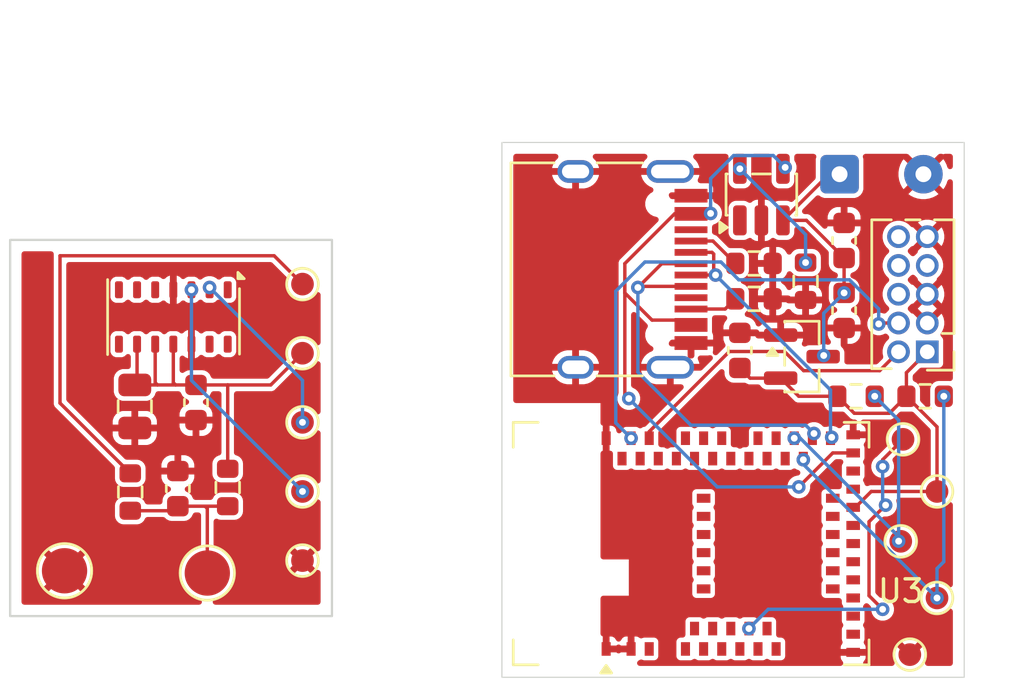
<source format=kicad_pcb>
(kicad_pcb (version 20241229) (generator "pcbnew") (generator_version "9.0")
  (layers (0 "F.Cu" signal) (2 "B.Cu" signal) (13 "F.Paste" user) (15 "B.Paste" user) (5 "F.SilkS" user "F.Silkscreen") (7 "B.SilkS" user "B.Silkscreen") (1 "F.Mask" user) (3 "B.Mask" user) (25 "Edge.Cuts" user))
  (net 0 "")
  (net 1 "GND")
  (net 2 "/VDD")
  (net 4 "/VBUS")
  (net 5 "Net-(U2-PROG)")
  (net 6 "/D+")
  (net 7 "/D-")
  (net 8 "/SWDCLK")
  (net 10 "/SWDIO")
  (net 56 "/SCL")
  (net 57 "/SDA")
  (net 66 "Net-(J1-CC1)")
  (net 67 "Net-(J1-CC2)")
  (net 73 "/GSR_SENSE")
  (net 74 "/GSR_ADC")
  (net 75 "/VBAT")
  (footprint "Resistor_SMD:R_0603_1608Metric" (layer "F.Cu") (at 231.975 54.6)
    (property "Reference" "R2" (hide yes))
    (property "Value" "4.7k")
    (fp_line (start -0.237258 -0.5225) (end 0.237258 -0.5225) (stroke (width 0.12)) (layer "F.SilkS"))
    (fp_line (start -0.237258 0.5225) (end 0.237258 0.5225) (stroke (width 0.12)) (layer "F.SilkS"))
    (pad "1" smd roundrect (at -0.825 0) (size 0.8 0.95) (layers "F.Cu" "F.Mask" "F.Paste") (net 2 "/VDD"))
    (pad "2" smd roundrect (at 0.825 0) (size 0.8 0.95) (layers "F.Cu" "F.Mask" "F.Paste") (net 57 "/SDA"))
  )
  (footprint "TestPoint:TestPoint_Pad_D1.0mm" (layer "F.Cu") (at 204.5 58.8 180)
    (property "Reference" "BSDA1" (hide yes))
    (property "Value" "TestPoint")
    (fp_circle (center 0 0) (end 0 0.7) (stroke (width 0.12)) (fill no) (layer "F.SilkS"))
    (pad "1" smd circle (at 0 0 180) (size 1 1) (layers "F.Cu" "F.Mask") (net 57 "/SDA"))
  )
  (footprint "Capacitor_SMD:C_0603_1608Metric" (layer "F.Cu") (at 228.4 47.725 90)
    (property "Reference" "C7" (hide yes))
    (property "Value" "1uF")
    (fp_line (start -0.14058 -0.51) (end 0.14058 -0.51) (stroke (width 0.12)) (layer "F.SilkS"))
    (fp_line (start -0.14058 0.51) (end 0.14058 0.51) (stroke (width 0.12)) (layer "F.SilkS"))
    (pad "1" smd roundrect (at -0.775 0 90) (size 0.9 0.95) (layers "F.Cu" "F.Mask" "F.Paste") (net 75 "/VBAT"))
    (pad "2" smd roundrect (at 0.775 0 90) (size 0.9 0.95) (layers "F.Cu" "F.Mask" "F.Paste") (net 1 "GND"))
  )
  (footprint "Capacitor_SMD:C_0805_2012Metric" (layer "F.Cu") (at 197.1 55.05 90)
    (property "Reference" "C6" (hide yes))
    (property "Value" "4.7uF")
    (fp_line (start -0.261252 -0.735) (end 0.261252 -0.735) (stroke (width 0.12)) (layer "F.SilkS"))
    (fp_line (start -0.261252 0.735) (end 0.261252 0.735) (stroke (width 0.12)) (layer "F.SilkS"))
    (pad "1" smd roundrect (at -0.95 0 90) (size 1 1.45) (layers "F.Cu" "F.Mask" "F.Paste") (net 1 "GND"))
    (pad "2" smd roundrect (at 0.95 0 90) (size 1 1.45) (layers "F.Cu" "F.Mask" "F.Paste") (net 2 "/VDD"))
  )
  (footprint "Connector_Wire:SolderWire-0.127sqmm_1x02_P3.7mm_D0.48mm_OD1mm" (layer "F.Cu") (at 228.2 44.8)
    (property "Reference" "BT1" (hide yes))
    (property "Value" "Battery")
    (pad "1" thru_hole roundrect (at 0 0) (size 1.7 1.7) (drill 0.7) (layers "*.Cu" "*.Mask") (roundrect_rratio 0.147059) (net 75 "/VBAT"))
    (pad "2" thru_hole circle (at 3.7 0) (size 1.7 1.7) (drill 0.7) (layers "*.Cu" "*.Mask") (net 1 "GND"))
  )
  (footprint "Package_TO_SOT_SMD:SOT-23-5" (layer "F.Cu") (at 224.75 45.7 90)
    (property "Reference" "U2" (hide yes))
    (property "Value" "MCP73831-2-OT")
    (fp_line (start 0.91 -1.56) (end 0.91 -1.51) (stroke (width 0.12)) (layer "F.SilkS"))
    (fp_line (start -0.91 -1.56) (end 0.91 -1.56) (stroke (width 0.12)) (layer "F.SilkS"))
    (fp_line (start -0.91 -1.51) (end -0.91 -1.56) (stroke (width 0.12)) (layer "F.SilkS"))
    (fp_line (start 0.91 -0.39) (end 0.91 0.39) (stroke (width 0.12)) (layer "F.SilkS"))
    (fp_line (start 0.91 1.51) (end 0.91 1.56) (stroke (width 0.12)) (layer "F.SilkS"))
    (fp_line (start 0.91 1.56) (end -0.91 1.56) (stroke (width 0.12)) (layer "F.SilkS"))
    (fp_line (start -0.91 1.56) (end -0.91 1.51) (stroke (width 0.12)) (layer "F.SilkS"))
    (fp_poly (pts (xy -1.45 -1.51) (xy -1.69 -1.84) (xy -1.21 -1.84)) (stroke (width 0.12)) (fill yes) (layer "F.SilkS"))
    (pad "1" smd roundrect (at -1.1375 -0.95 90) (size 1.325 0.6) (layers "F.Cu" "F.Mask" "F.Paste"))
    (pad "2" smd roundrect (at -1.1375 0 90) (size 1.325 0.6) (layers "F.Cu" "F.Mask" "F.Paste") (net 1 "GND"))
    (pad "3" smd roundrect (at -1.1375 0.95 90) (size 1.325 0.6) (layers "F.Cu" "F.Mask" "F.Paste") (net 75 "/VBAT"))
    (pad "4" smd roundrect (at 1.1375 0.95 90) (size 1.325 0.6) (layers "F.Cu" "F.Mask" "F.Paste") (net 4 "/VBUS"))
    (pad "5" smd roundrect (at 1.1375 -0.95 90) (size 1.325 0.6) (layers "F.Cu" "F.Mask" "F.Paste") (net 5 "Net-(U2-PROG)"))
  )
  (footprint "Capacitor_SMD:C_0603_1608Metric" (layer "F.Cu") (at 228.4 50.8125 -90)
    (property "Reference" "C1" (hide yes))
    (property "Value" "10uF")
    (fp_line (start -0.14058 0.51) (end 0.14058 0.51) (stroke (width 0.12)) (layer "F.SilkS"))
    (fp_line (start -0.14058 -0.51) (end 0.14058 -0.51) (stroke (width 0.12)) (layer "F.SilkS"))
    (pad "1" smd roundrect (at -0.775 0 270) (size 0.9 0.95) (layers "F.Cu" "F.Mask" "F.Paste") (net 75 "/VBAT"))
    (pad "2" smd roundrect (at 0.775 0 270) (size 0.9 0.95) (layers "F.Cu" "F.Mask" "F.Paste") (net 1 "GND"))
  )
  (footprint "TestPoint:TestPoint_Pad_D1.0mm" (layer "F.Cu") (at 204.5 55.75 180)
    (property "Reference" "BSCL1" (hide yes))
    (property "Value" "TestPoint")
    (fp_circle (center 0 0) (end 0 0.7) (stroke (width 0.12)) (fill no) (layer "F.SilkS"))
    (pad "1" smd circle (at 0 0 180) (size 1 1) (layers "F.Cu" "F.Mask") (net 56 "/SCL"))
  )
  (footprint "TestPoint:TestPoint_Pad_D1.0mm" (layer "F.Cu") (at 232.5 63.5 180)
    (property "Reference" "ASDA1" (hide yes))
    (property "Value" "TestPoint")
    (fp_circle (center 0 0) (end 0 0.7) (stroke (width 0.12)) (fill no) (layer "F.SilkS"))
    (pad "1" smd circle (at 0 0 180) (size 1 1) (layers "F.Cu" "F.Mask") (net 57 "/SDA"))
  )
  (footprint "Resistor_SMD:R_0603_1608Metric" (layer "F.Cu") (at 228.925 54.6)
    (property "Reference" "R1" (hide yes))
    (property "Value" "4.7k")
    (fp_line (start -0.237258 -0.5225) (end 0.237258 -0.5225) (stroke (width 0.12)) (layer "F.SilkS"))
    (fp_line (start -0.237258 0.5225) (end 0.237258 0.5225) (stroke (width 0.12)) (layer "F.SilkS"))
    (pad "1" smd roundrect (at -0.825 0) (size 0.8 0.95) (layers "F.Cu" "F.Mask" "F.Paste") (net 2 "/VDD"))
    (pad "2" smd roundrect (at 0.825 0) (size 0.8 0.95) (layers "F.Cu" "F.Mask" "F.Paste") (net 56 "/SCL"))
  )
  (footprint "TestPoint:TestPoint_Pad_D2.0mm" (layer "F.Cu") (at 194 62.3 90)
    (property "Reference" "E2" (hide yes))
    (property "Value" "TestPoint")
    (fp_circle (center 0 0) (end 0 1.2) (stroke (width 0.12)) (fill no) (layer "F.SilkS"))
    (pad "1" smd circle (at 0 0 90) (size 2 2) (layers "F.Cu" "F.Mask") (net 1 "GND"))
  )
  (footprint "Resistor_SMD:R_0603_1608Metric" (layer "F.Cu") (at 196.9 58.825 -90)
    (property "Reference" "R_PROTECT1" (hide yes))
    (property "Value" "100k")
    (fp_line (start -0.237258 0.5225) (end 0.237258 0.5225) (stroke (width 0.12)) (layer "F.SilkS"))
    (fp_line (start -0.237258 -0.5225) (end 0.237258 -0.5225) (stroke (width 0.12)) (layer "F.SilkS"))
    (pad "1" smd roundrect (at -0.825 0 270) (size 0.8 0.95) (layers "F.Cu" "F.Mask" "F.Paste") (net 74 "/GSR_ADC"))
    (pad "2" smd roundrect (at 0.825 0 270) (size 0.8 0.95) (layers "F.Cu" "F.Mask" "F.Paste") (net 73 "/GSR_SENSE"))
  )
  (footprint "Resistor_SMD:R_0603_1608Metric" (layer "F.Cu") (at 226.7 49.525 -90)
    (property "Reference" "R3" (hide yes))
    (property "Value" "30k")
    (fp_line (start -0.237258 0.5225) (end 0.237258 0.5225) (stroke (width 0.12)) (layer "F.SilkS"))
    (fp_line (start -0.237258 -0.5225) (end 0.237258 -0.5225) (stroke (width 0.12)) (layer "F.SilkS"))
    (pad "1" smd roundrect (at -0.825 0 270) (size 0.8 0.95) (layers "F.Cu" "F.Mask" "F.Paste") (net 5 "Net-(U2-PROG)"))
    (pad "2" smd roundrect (at 0.825 0 270) (size 0.8 0.95) (layers "F.Cu" "F.Mask" "F.Paste") (net 1 "GND"))
  )
  (footprint "Capacitor_SMD:C_0603_1608Metric" (layer "F.Cu") (at 199 58.675 90)
    (property "Reference" "C_GSR1" (hide yes))
    (property "Value" ".1uF")
    (fp_line (start -0.14058 -0.51) (end 0.14058 -0.51) (stroke (width 0.12)) (layer "F.SilkS"))
    (fp_line (start -0.14058 0.51) (end 0.14058 0.51) (stroke (width 0.12)) (layer "F.SilkS"))
    (pad "1" smd roundrect (at -0.775 0 90) (size 0.9 0.95) (layers "F.Cu" "F.Mask" "F.Paste") (net 73 "/GSR_SENSE"))
    (pad "2" smd roundrect (at 0.775 0 90) (size 0.9 0.95) (layers "F.Cu" "F.Mask" "F.Paste") (net 1 "GND"))
  )
  (footprint "TestPoint:TestPoint_Pad_D1.0mm" (layer "F.Cu") (at 204.5 52.7 180)
    (property "Reference" "BVDD1" (hide yes))
    (property "Value" "TestPoint")
    (fp_circle (center 0 0) (end 0 0.7) (stroke (width 0.12)) (fill no) (layer "F.SilkS"))
    (pad "1" smd circle (at 0 0 180) (size 1 1) (layers "F.Cu" "F.Mask") (net 2 "/VDD"))
  )
  (footprint "TestPoint:TestPoint_Pad_D1.0mm" (layer "F.Cu") (at 232.5 58.8 180)
    (property "Reference" "AVDD1" (hide yes))
    (property "Value" "TestPoint")
    (fp_circle (center 0 0) (end 0 0.7) (stroke (width 0.12)) (fill no) (layer "F.SilkS"))
    (pad "1" smd circle (at 0 0 180) (size 1 1) (layers "F.Cu" "F.Mask") (net 2 "/VDD"))
  )
  (footprint "Resistor_SMD:R_0603_1608Metric" (layer "F.Cu") (at 224.425 48.7375 180)
    (property "Reference" "R4" (hide yes))
    (property "Value" "5.1k")
    (fp_line (start -0.237258 0.5225) (end 0.237258 0.5225) (stroke (width 0.12)) (layer "F.SilkS"))
    (fp_line (start -0.237258 -0.5225) (end 0.237258 -0.5225) (stroke (width 0.12)) (layer "F.SilkS"))
    (pad "1" smd roundrect (at -0.825 0 180) (size 0.8 0.95) (layers "F.Cu" "F.Mask" "F.Paste") (net 1 "GND"))
    (pad "2" smd roundrect (at 0.825 0 180) (size 0.8 0.95) (layers "F.Cu" "F.Mask" "F.Paste") (net 66 "Net-(J1-CC1)"))
  )
  (footprint "TestPoint:TestPoint_Pad_D2.0mm" (layer "F.Cu") (at 200.3 62.4 90)
    (property "Reference" "E1" (hide yes))
    (property "Value" "TestPoint")
    (fp_circle (center 0 0) (end 0 1.2) (stroke (width 0.12)) (fill no) (layer "F.SilkS"))
    (pad "1" smd circle (at 0 0 90) (size 2 2) (layers "F.Cu" "F.Mask") (net 73 "/GSR_SENSE"))
  )
  (footprint "Package_TO_SOT_SMD:SOT-23" (layer "F.Cu") (at 226.5375 52.85)
    (property "Reference" "U1" (hide yes))
    (property "Value" "MCP1700x-180xxTT")
    (fp_line (start -0.76 -1.56) (end 0.76 -1.56) (stroke (width 0.12)) (layer "F.SilkS"))
    (fp_line (start -0.76 -1.51) (end -0.76 -1.56) (stroke (width 0.12)) (layer "F.SilkS"))
    (fp_line (start -0.76 0.39) (end -0.76 -0.39) (stroke (width 0.12)) (layer "F.SilkS"))
    (fp_line (start -0.76 1.56) (end -0.76 1.51) (stroke (width 0.12)) (layer "F.SilkS"))
    (fp_line (start 0.76 -1.56) (end 0.76 -0.56) (stroke (width 0.12)) (layer "F.SilkS"))
    (fp_line (start 0.76 0.56) (end 0.76 1.56) (stroke (width 0.12)) (layer "F.SilkS"))
    (fp_line (start 0.76 1.56) (end -0.76 1.56) (stroke (width 0.12)) (layer "F.SilkS"))
    (fp_poly (pts (xy -1.3 -0.38) (xy -1.06 -0.05) (xy -1.54 -0.05)) (stroke (width 0.12)) (fill yes) (layer "F.SilkS"))
    (pad "1" smd roundrect (at -0.9375 -0.95) (size 1.475 0.6) (layers "F.Cu" "F.Mask" "F.Paste") (net 1 "GND"))
    (pad "2" smd roundrect (at -0.9375 0.95) (size 1.475 0.6) (layers "F.Cu" "F.Mask" "F.Paste") (net 2 "/VDD"))
    (pad "3" smd roundrect (at 0.9375 0) (size 1.475 0.6) (layers "F.Cu" "F.Mask" "F.Paste") (net 75 "/VBAT"))
  )
  (footprint "Resistor_SMD:R_0603_1608Metric" (layer "F.Cu") (at 201.2 58.625 90)
    (property "Reference" "R_GSR1" (hide yes))
    (property "Value" "220k")
    (fp_line (start -0.237258 -0.5225) (end 0.237258 -0.5225) (stroke (width 0.12)) (layer "F.SilkS"))
    (fp_line (start -0.237258 0.5225) (end 0.237258 0.5225) (stroke (width 0.12)) (layer "F.SilkS"))
    (pad "1" smd roundrect (at -0.825 0 90) (size 0.8 0.95) (layers "F.Cu" "F.Mask" "F.Paste") (net 73 "/GSR_SENSE"))
    (pad "2" smd roundrect (at 0.825 0 90) (size 0.8 0.95) (layers "F.Cu" "F.Mask" "F.Paste") (net 2 "/VDD"))
  )
  (footprint "TestPoint:TestPoint_Pad_D1.0mm" (layer "F.Cu") (at 231.3 66 180)
    (property "Reference" "AGND1" (hide yes))
    (property "Value" "TestPoint")
    (fp_circle (center 0 0) (end 0 0.7) (stroke (width 0.12)) (fill no) (layer "F.SilkS"))
    (pad "1" smd circle (at 0 0 180) (size 1 1) (layers "F.Cu" "F.Mask") (net 1 "GND"))
  )
  (footprint "TestPoint:TestPoint_Pad_D1.0mm" (layer "F.Cu") (at 231 56.5 180)
    (property "Reference" "A_GSR_ADC1" (hide yes))
    (property "Value" "TestPoint")
    (fp_circle (center 0 0) (end 0 0.7) (stroke (width 0.12)) (fill no) (layer "F.SilkS"))
    (pad "1" smd circle (at 0 0 180) (size 1 1) (layers "F.Cu" "F.Mask") (net 74 "/GSR_ADC"))
  )
  (footprint "Capacitor_SMD:C_0603_1608Metric" (layer "F.Cu") (at 223.8 52.575 -90)
    (property "Reference" "C2" (hide yes))
    (property "Value" "10uF")
    (fp_line (start -0.14058 0.51) (end 0.14058 0.51) (stroke (width 0.12)) (layer "F.SilkS"))
    (fp_line (start -0.14058 -0.51) (end 0.14058 -0.51) (stroke (width 0.12)) (layer "F.SilkS"))
    (pad "1" smd roundrect (at -0.775 0 270) (size 0.9 0.95) (layers "F.Cu" "F.Mask" "F.Paste") (net 1 "GND"))
    (pad "2" smd roundrect (at 0.775 0 270) (size 0.9 0.95) (layers "F.Cu" "F.Mask" "F.Paste") (net 2 "/VDD"))
  )
  (footprint "RF_Module:Raytac_MDBT50Q" (layer "F.Cu") (at 221.65 61.1 90)
    (property "Reference" "U3" (at -2.1 9.25 0) (layer "F.SilkS"))
    (property "Value" "MDBT50Q-1MV2")
    (fp_line (start 5.35 -7.85) (end 5.35 -6.75) (stroke (width 0.12)) (layer "F.SilkS"))
    (fp_line (start 4.25 -7.85) (end 5.35 -7.85) (stroke (width 0.12)) (layer "F.SilkS"))
    (fp_line (start -4.25 -7.85) (end -5.35 -7.85) (stroke (width 0.12)) (layer "F.SilkS"))
    (fp_line (start -5.35 -7.85) (end -5.35 -6.75) (stroke (width 0.12)) (layer "F.SilkS"))
    (fp_line (start 5.35 6.75) (end 5.35 7.85) (stroke (width 0.12)) (layer "F.SilkS"))
    (fp_line (start -5.35 6.75) (end -5.35 7.85) (stroke (width 0.12)) (layer "F.SilkS"))
    (fp_line (start 5.35 7.85) (end 4.25 7.85) (stroke (width 0.12)) (layer "F.SilkS"))
    (fp_line (start -5.35 7.85) (end -4.25 7.85) (stroke (width 0.12)) (layer "F.SilkS"))
    (fp_poly (pts (xy -5.375 -3.75) (xy -5.711 -3.51) (xy -5.711 -3.99) (xy -5.375 -3.75)) (stroke (width 0.12)) (fill yes) (layer "F.SilkS"))
    (pad "1" smd rect (at -4.65 -3.75 90) (size 0.6 0.4) (layers "F.Cu" "F.Mask" "F.Paste") (net 1 "GND"))
    (pad "2" smd rect (at -4.65 -2.65 90) (size 0.6 0.4) (layers "F.Cu" "F.Mask" "F.Paste") (net 1 "GND"))
    (pad "3" smd rect (at -4.65 -1.85 90) (size 0.6 0.4) (layers "F.Cu" "F.Mask" "F.Paste"))
    (pad "4" smd rect (at -4.65 -0.25 90) (size 0.6 0.4) (layers "F.Cu" "F.Mask" "F.Paste"))
    (pad "5" smd rect (at -3.75 0.15 90) (size 0.6 0.4) (layers "F.Cu" "F.Mask" "F.Paste"))
    (pad "6" smd rect (at -4.65 0.55 90) (size 0.6 0.4) (layers "F.Cu" "F.Mask" "F.Paste"))
    (pad "7" smd rect (at -3.75 0.95 90) (size 0.6 0.4) (layers "F.Cu" "F.Mask" "F.Paste"))
    (pad "8" smd rect (at -4.65 1.35 90) (size 0.6 0.4) (layers "F.Cu" "F.Mask" "F.Paste"))
    (pad "9" smd rect (at -3.75 1.75 90) (size 0.6 0.4) (layers "F.Cu" "F.Mask" "F.Paste"))
    (pad "10" smd rect (at -4.65 2.15 90) (size 0.6 0.4) (layers "F.Cu" "F.Mask" "F.Paste"))
    (pad "11" smd rect (at -3.75 2.55 90) (size 0.6 0.4) (layers "F.Cu" "F.Mask" "F.Paste") (net 74 "/GSR_ADC"))
    (pad "12" smd rect (at -4.65 2.95 90) (size 0.6 0.4) (layers "F.Cu" "F.Mask" "F.Paste"))
    (pad "13" smd rect (at -3.75 3.35 90) (size 0.6 0.4) (layers "F.Cu" "F.Mask" "F.Paste"))
    (pad "14" smd rect (at -4.65 3.75 90) (size 0.6 0.4) (layers "F.Cu" "F.Mask" "F.Paste"))
    (pad "15" smd rect (at -4.8 7.15 180) (size 0.6 0.4) (layers "F.Cu" "F.Mask" "F.Paste") (net 1 "GND"))
    (pad "16" smd rect (at -4 7.15 180) (size 0.6 0.4) (layers "F.Cu" "F.Mask" "F.Paste"))
    (pad "17" smd rect (at -3.2 7.15 180) (size 0.6 0.4) (layers "F.Cu" "F.Mask" "F.Paste"))
    (pad "18" smd rect (at -2.4 7.15 180) (size 0.6 0.4) (layers "F.Cu" "F.Mask" "F.Paste"))
    (pad "19" smd rect (at -2 6.25 180) (size 0.6 0.4) (layers "F.Cu" "F.Mask" "F.Paste"))
    (pad "20" smd rect (at -1.6 7.15 180) (size 0.6 0.4) (layers "F.Cu" "F.Mask" "F.Paste"))
    (pad "21" smd rect (at -1.2 6.25 180) (size 0.6 0.4) (layers "F.Cu" "F.Mask" "F.Paste"))
    (pad "22" smd rect (at -0.8 7.15 180) (size 0.6 0.4) (layers "F.Cu" "F.Mask" "F.Paste"))
    (pad "23" smd rect (at -0.4 6.25 180) (size 0.6 0.4) (layers "F.Cu" "F.Mask" "F.Paste"))
    (pad "24" smd rect (at 0 7.15 180) (size 0.6 0.4) (layers "F.Cu" "F.Mask" "F.Paste"))
    (pad "25" smd rect (at 0.4 6.25 180) (size 0.6 0.4) (layers "F.Cu" "F.Mask" "F.Paste"))
    (pad "26" smd rect (at 0.8 7.15 180) (size 0.6 0.4) (layers "F.Cu" "F.Mask" "F.Paste"))
    (pad "27" smd rect (at 1.2 6.25 180) (size 0.6 0.4) (layers "F.Cu" "F.Mask" "F.Paste"))
    (pad "28" smd rect (at 1.6 7.15 180) (size 0.6 0.4) (layers "F.Cu" "F.Mask" "F.Paste") (net 2 "/VDD"))
    (pad "29" smd rect (at 2 6.25 180) (size 0.6 0.4) (layers "F.Cu" "F.Mask" "F.Paste"))
    (pad "30" smd rect (at 2.4 7.15 180) (size 0.6 0.4) (layers "F.Cu" "F.Mask" "F.Paste"))
    (pad "31" smd rect (at 3.2 7.15 180) (size 0.6 0.4) (layers "F.Cu" "F.Mask" "F.Paste"))
    (pad "32" smd rect (at 4 7.15 180) (size 0.6 0.4) (layers "F.Cu" "F.Mask" "F.Paste") (net 4 "/VBUS"))
    (pad "33" smd rect (at 4.8 7.15 180) (size 0.6 0.4) (layers "F.Cu" "F.Mask" "F.Paste") (net 1 "GND"))
    (pad "34" smd rect (at 4.65 6.15 90) (size 0.6 0.4) (layers "F.Cu" "F.Mask" "F.Paste") (net 7 "/D-"))
    (pad "35" smd rect (at 4.65 5.35 90) (size 0.6 0.4) (layers "F.Cu" "F.Mask" "F.Paste") (net 6 "/D+"))
    (pad "36" smd rect (at 3.75 4.95 90) (size 0.6 0.4) (layers "F.Cu" "F.Mask" "F.Paste") (net 57 "/SDA"))
    (pad "37" smd rect (at 4.65 4.55 90) (size 0.6 0.4) (layers "F.Cu" "F.Mask" "F.Paste") (net 56 "/SCL"))
    (pad "38" smd rect (at 3.75 4.15 90) (size 0.6 0.4) (layers "F.Cu" "F.Mask" "F.Paste"))
    (pad "39" smd rect (at 4.65 3.75 90) (size 0.6 0.4) (layers "F.Cu" "F.Mask" "F.Paste"))
    (pad "40" smd rect (at 3.75 3.35 90) (size 0.6 0.4) (layers "F.Cu" "F.Mask" "F.Paste"))
    (pad "41" smd rect (at 4.65 2.95 90) (size 0.6 0.4) (layers "F.Cu" "F.Mask" "F.Paste"))
    (pad "42" smd rect (at 3.75 2.55 90) (size 0.6 0.4) (layers "F.Cu" "F.Mask" "F.Paste"))
    (pad "43" smd rect (at 3.75 1.75 90) (size 0.6 0.4) (layers "F.Cu" "F.Mask" "F.Paste"))
    (pad "44" smd rect (at 4.65 1.35 90) (size 0.6 0.4) (layers "F.Cu" "F.Mask" "F.Paste"))
    (pad "45" smd rect (at 3.75 0.95 90) (size 0.6 0.4) (layers "F.Cu" "F.Mask" "F.Paste"))
    (pad "46" smd rect (at 4.65 0.55 90) (size 0.6 0.4) (layers "F.Cu" "F.Mask" "F.Paste"))
    (pad "47" smd rect (at 3.75 0.15 90) (size 0.6 0.4) (layers "F.Cu" "F.Mask" "F.Paste"))
    (pad "48" smd rect (at 4.65 -0.25 90) (size 0.6 0.4) (layers "F.Cu" "F.Mask" "F.Paste"))
    (pad "49" smd rect (at 3.75 -0.65 90) (size 0.6 0.4) (layers "F.Cu" "F.Mask" "F.Paste"))
    (pad "50" smd rect (at 3.75 -1.45 90) (size 0.6 0.4) (layers "F.Cu" "F.Mask" "F.Paste"))
    (pad "51" smd rect (at 4.65 -1.85 90) (size 0.6 0.4) (layers "F.Cu" "F.Mask" "F.Paste") (net 10 "/SWDIO"))
    (pad "52" smd rect (at 3.75 -2.25 90) (size 0.6 0.4) (layers "F.Cu" "F.Mask" "F.Paste"))
    (pad "53" smd rect (at 4.65 -2.65 90) (size 0.6 0.4) (layers "F.Cu" "F.Mask" "F.Paste") (net 8 "/SWDCLK"))
    (pad "54" smd rect (at 3.75 -3.05 90) (size 0.6 0.4) (layers "F.Cu" "F.Mask" "F.Paste"))
    (pad "55" smd rect (at 4.65 -3.75 90) (size 0.6 0.4) (layers "F.Cu" "F.Mask" "F.Paste") (net 1 "GND"))
    (pad "56" smd rect (at -2 0.55 180) (size 0.6 0.4) (layers "F.Cu" "F.Mask" "F.Paste"))
    (pad "57" smd rect (at -1.2 0.55 180) (size 0.6 0.4) (layers "F.Cu" "F.Mask" "F.Paste"))
    (pad "58" smd rect (at -0.4 0.55 180) (size 0.6 0.4) (layers "F.Cu" "F.Mask" "F.Paste"))
    (pad "59" smd rect (at 0.4 0.55 180) (size 0.6 0.4) (layers "F.Cu" "F.Mask" "F.Paste"))
    (pad "60" smd rect (at 1.2 0.55 180) (size 0.6 0.4) (layers "F.Cu" "F.Mask" "F.Paste"))
    (pad "61" smd rect (at 2 0.55 180) (size 0.6 0.4) (layers "F.Cu" "F.Mask" "F.Paste"))
    (zone (net 0) (net_name "") (layer "F.Cu") (connect_pads (clearance 0)) (min_thickness 0.254)
      (keepout (tracks not_allowed) (vias not_allowed) (pads not_allowed) (copperpour not_allowed) (footprints not_allowed))
      (fill (thermal_gap 0.508) (thermal_bridge_width 0.508))
      (polygon (pts (xy 218.9 61.8) (xy 218.9 63.4) (xy 217.7 63.4) (xy 217.7 61.8)))
    )
    (zone (net 0) (net_name "") (layers "F.Cu" "B.Cu") (connect_pads (clearance 0)) (min_thickness 0.254)
      (keepout (tracks not_allowed) (vias not_allowed) (pads not_allowed) (copperpour not_allowed) (footprints not_allowed))
      (fill (thermal_gap 0.508) (thermal_bridge_width 0.508))
      (polygon (pts (xy 217.65 67.3) (xy 217.65 54.9) (xy 213.9 54.9) (xy 213.9 67.3)))
    )
  )
  (footprint "TestPoint:TestPoint_Pad_D1.0mm" (layer "F.Cu") (at 204.5 61.85 180)
    (property "Reference" "BGND1" (hide yes))
    (property "Value" "TestPoint")
    (fp_circle (center 0 0) (end 0 0.7) (stroke (width 0.12)) (fill no) (layer "F.SilkS"))
    (pad "1" smd circle (at 0 0 180) (size 1 1) (layers "F.Cu" "F.Mask") (net 1 "GND"))
  )
  (footprint "Resistor_SMD:R_0603_1608Metric" (layer "F.Cu") (at 224.425 50.3 180)
    (property "Reference" "R5" (hide yes))
    (property "Value" "5.1k")
    (fp_line (start -0.237258 0.5225) (end 0.237258 0.5225) (stroke (width 0.12)) (layer "F.SilkS"))
    (fp_line (start -0.237258 -0.5225) (end 0.237258 -0.5225) (stroke (width 0.12)) (layer "F.SilkS"))
    (pad "1" smd roundrect (at -0.825 0 180) (size 0.8 0.95) (layers "F.Cu" "F.Mask" "F.Paste") (net 1 "GND"))
    (pad "2" smd roundrect (at 0.825 0 180) (size 0.8 0.95) (layers "F.Cu" "F.Mask" "F.Paste") (net 67 "Net-(J1-CC2)"))
  )
  (footprint "Connector_PinHeader_1.27mm:PinHeader_2x05_P1.27mm_Vertical" (layer "F.Cu") (at 232.07 52.6375 180)
    (property "Reference" "J2" (hide yes))
    (property "Value" "SWD_HEADER")
    (fp_line (start 2.45 -0.745) (end 2.45 5.825) (stroke (width 0.12)) (layer "F.SilkS"))
    (fp_line (start 1.587923 5.825) (end 2.45 5.825) (stroke (width 0.12)) (layer "F.SilkS"))
    (fp_line (start 1.587923 -0.745) (end 2.45 -0.745) (stroke (width 0.12)) (layer "F.SilkS"))
    (fp_line (start 0.317923 5.825) (end 0.952077 5.825) (stroke (width 0.12)) (layer "F.SilkS"))
    (fp_line (start -1.18 5.825) (end -0.317923 5.825) (stroke (width 0.12)) (layer "F.SilkS"))
    (fp_line (start -1.18 0.81) (end -0.666708 0.81) (stroke (width 0.12)) (layer "F.SilkS"))
    (fp_line (start -1.18 0.81) (end -1.18 5.825) (stroke (width 0.12)) (layer "F.SilkS"))
    (fp_line (start -1.18 0) (end -1.18 -0.81) (stroke (width 0.12)) (layer "F.SilkS"))
    (fp_line (start -1.18 -0.81) (end 0 -0.81) (stroke (width 0.12)) (layer "F.SilkS"))
    (pad "1" thru_hole rect (at 0 0 180) (size 1 1) (drill 0.65) (layers "*.Cu" "*.Mask") (net 2 "/VDD"))
    (pad "2" thru_hole circle (at 1.27 0 180) (size 1 1) (drill 0.65) (layers "*.Cu" "*.Mask") (net 10 "/SWDIO"))
    (pad "3" thru_hole circle (at 0 1.27 180) (size 1 1) (drill 0.65) (layers "*.Cu" "*.Mask") (net 1 "GND"))
    (pad "4" thru_hole circle (at 1.27 1.27 180) (size 1 1) (drill 0.65) (layers "*.Cu" "*.Mask") (net 8 "/SWDCLK"))
    (pad "5" thru_hole circle (at 0 2.54 180) (size 1 1) (drill 0.65) (layers "*.Cu" "*.Mask") (net 1 "GND"))
    (pad "6" thru_hole circle (at 1.27 2.54 180) (size 1 1) (drill 0.65) (layers "*.Cu" "*.Mask"))
    (pad "7" thru_hole circle (at 0 3.81 180) (size 1 1) (drill 0.65) (layers "*.Cu" "*.Mask"))
    (pad "8" thru_hole circle (at 1.27 3.81 180) (size 1 1) (drill 0.65) (layers "*.Cu" "*.Mask"))
    (pad "9" thru_hole circle (at 0 5.08 180) (size 1 1) (drill 0.65) (layers "*.Cu" "*.Mask") (net 1 "GND"))
    (pad "10" thru_hole circle (at 1.27 5.08 180) (size 1 1) (drill 0.65) (layers "*.Cu" "*.Mask"))
  )
  (footprint "TestPoint:TestPoint_Pad_D1.0mm" (layer "F.Cu") (at 204.5 49.65 180)
    (property "Reference" "B_GSR_ADC1" (hide yes))
    (property "Value" "TestPoint")
    (fp_circle (center 0 0) (end 0 0.7) (stroke (width 0.12)) (fill no) (layer "F.SilkS"))
    (pad "1" smd circle (at 0 0 180) (size 1 1) (layers "F.Cu" "F.Mask") (net 74 "/GSR_ADC"))
  )
  (footprint "TestPoint:TestPoint_Pad_D1.0mm" (layer "F.Cu") (at 230.9 61 180)
    (property "Reference" "ASCL1" (hide yes))
    (property "Value" "TestPoint")
    (fp_circle (center 0 0) (end 0 0.7) (stroke (width 0.12)) (fill no) (layer "F.SilkS"))
    (pad "1" smd circle (at 0 0 180) (size 1 1) (layers "F.Cu" "F.Mask") (net 56 "/SCL"))
  )
  (footprint "Connector_USB:USB_C_Receptacle_HRO_TYPE-C-31-M-12" (layer "F.Cu") (at 217.6 49 -90)
    (property "Reference" "J1" (hide yes))
    (property "Value" "USB_C_Receptacle_USB2.0_16P")
    (fp_line (start -4.7 3.9) (end 4.7 3.9) (stroke (width 0.12)) (layer "F.SilkS"))
    (fp_line (start -4.7 2) (end -4.7 3.9) (stroke (width 0.12)) (layer "F.SilkS"))
    (fp_line (start 4.7 2) (end 4.7 3.9) (stroke (width 0.12)) (layer "F.SilkS"))
    (fp_line (start -4.7 -1.9) (end -4.7 0.1) (stroke (width 0.12)) (layer "F.SilkS"))
    (fp_line (start 4.7 -1.9) (end 4.7 0.1) (stroke (width 0.12)) (layer "F.SilkS"))
    (pad "" np_thru_hole circle (at -2.89 -2.6 270) (size 0.65 0.65) (drill 0.65) (layers "*.Cu" "*.Mask"))
    (pad "" np_thru_hole circle (at 2.89 -2.6 270) (size 0.65 0.65) (drill 0.65) (layers "*.Cu" "*.Mask"))
    (pad "A1" smd rect (at -3.25 -4.045 270) (size 0.6 1.45) (layers "F.Cu" "F.Mask" "F.Paste") (net 1 "GND"))
    (pad "A4" smd rect (at -2.45 -4.045 270) (size 0.6 1.45) (layers "F.Cu" "F.Mask" "F.Paste") (net 4 "/VBUS"))
    (pad "A5" smd rect (at -1.25 -4.045 270) (size 0.3 1.45) (layers "F.Cu" "F.Mask" "F.Paste") (net 66 "Net-(J1-CC1)"))
    (pad "A6" smd rect (at -0.25 -4.045 270) (size 0.3 1.45) (layers "F.Cu" "F.Mask" "F.Paste") (net 6 "/D+"))
    (pad "A7" smd rect (at 0.25 -4.045 270) (size 0.3 1.45) (layers "F.Cu" "F.Mask" "F.Paste") (net 7 "/D-"))
    (pad "A8" smd rect (at 1.25 -4.045 270) (size 0.3 1.45) (layers "F.Cu" "F.Mask" "F.Paste"))
    (pad "A9" smd rect (at 2.45 -4.045 270) (size 0.6 1.45) (layers "F.Cu" "F.Mask" "F.Paste") (net 4 "/VBUS"))
    (pad "A12" smd rect (at 3.25 -4.045 270) (size 0.6 1.45) (layers "F.Cu" "F.Mask" "F.Paste") (net 1 "GND"))
    (pad "B1" smd rect (at 3.25 -4.045 270) (size 0.6 1.45) (layers "F.Cu" "F.Mask" "F.Paste") (net 1 "GND"))
    (pad "B4" smd rect (at 2.45 -4.045 270) (size 0.6 1.45) (layers "F.Cu" "F.Mask" "F.Paste") (net 4 "/VBUS"))
    (pad "B5" smd rect (at 1.75 -4.045 270) (size 0.3 1.45) (layers "F.Cu" "F.Mask" "F.Paste") (net 67 "Net-(J1-CC2)"))
    (pad "B6" smd rect (at 0.75 -4.045 270) (size 0.3 1.45) (layers "F.Cu" "F.Mask" "F.Paste") (net 6 "/D+"))
    (pad "B7" smd rect (at -0.75 -4.045 270) (size 0.3 1.45) (layers "F.Cu" "F.Mask" "F.Paste") (net 7 "/D-"))
    (pad "B8" smd rect (at -1.75 -4.045 270) (size 0.3 1.45) (layers "F.Cu" "F.Mask" "F.Paste"))
    (pad "B9" smd rect (at -2.45 -4.045 270) (size 0.6 1.45) (layers "F.Cu" "F.Mask" "F.Paste") (net 4 "/VBUS"))
    (pad "B12" smd rect (at -3.25 -4.045 270) (size 0.6 1.45) (layers "F.Cu" "F.Mask" "F.Paste") (net 1 "GND"))
    (pad "S1" thru_hole oval (at -4.32 -3.13 270) (size 1 2.1) (drill oval 0.6 1.7) (property pad_prop_heatsink) (layers "*.Cu" "*.Mask") (net 1 "GND"))
    (pad "S1" thru_hole oval (at -4.32 1.05 270) (size 1 1.6) (drill oval 0.6 1.2) (property pad_prop_heatsink) (layers "*.Cu" "*.Mask") (net 1 "GND"))
    (pad "S1" thru_hole oval (at 4.32 -3.13 270) (size 1 2.1) (drill oval 0.6 1.7) (property pad_prop_heatsink) (layers "*.Cu" "*.Mask") (net 1 "GND"))
    (pad "S1" thru_hole oval (at 4.32 1.05 270) (size 1 1.6) (drill oval 0.6 1.2) (property pad_prop_heatsink) (layers "*.Cu" "*.Mask") (net 1 "GND"))
  )
  (footprint "Capacitor_SMD:C_0603_1608Metric" (layer "F.Cu") (at 199.8 54.875 90)
    (property "Reference" "C5" (hide yes))
    (property "Value" "1uF")
    (fp_line (start -0.14058 -0.51) (end 0.14058 -0.51) (stroke (width 0.12)) (layer "F.SilkS"))
    (fp_line (start -0.14058 0.51) (end 0.14058 0.51) (stroke (width 0.12)) (layer "F.SilkS"))
    (pad "1" smd roundrect (at -0.775 0 90) (size 0.9 0.95) (layers "F.Cu" "F.Mask" "F.Paste") (net 1 "GND"))
    (pad "2" smd roundrect (at 0.775 0 90) (size 0.9 0.95) (layers "F.Cu" "F.Mask" "F.Paste") (net 2 "/VDD"))
  )
  (footprint "OptoDevice:Maxim_OLGA-14_3.3x5.6mm_P0.8mm" (layer "F.Cu") (at 198.8 51.1 -90)
    (property "Reference" "U5" (hide yes))
    (property "Value" "MAX30102")
    (fp_line (start 1.66 2.9) (end -1.65 2.9) (stroke (width 0.12)) (layer "F.SilkS"))
    (fp_line (start -1.25 -2.92) (end 1.64 -2.92) (stroke (width 0.12)) (layer "F.SilkS"))
    (fp_poly (pts (xy -1.69 -2.85) (xy -1.97 -2.85) (xy -1.69 -3.13) (xy -1.69 -2.85)) (stroke (width 0.12)) (fill yes) (layer "F.SilkS"))
    (pad "1" smd roundrect (at -1.2 -2.4 270) (size 0.75 0.35) (layers "F.Cu" "F.Mask" "F.Paste"))
    (pad "2" smd roundrect (at -1.2 -1.6 270) (size 0.75 0.35) (layers "F.Cu" "F.Mask" "F.Paste") (net 56 "/SCL"))
    (pad "3" smd roundrect (at -1.2 -0.8 270) (size 0.75 0.35) (layers "F.Cu" "F.Mask" "F.Paste") (net 57 "/SDA"))
    (pad "4" smd roundrect (at -1.2 0 270) (size 0.75 0.35) (layers "F.Cu" "F.Mask" "F.Paste") (net 1 "GND"))
    (pad "5" smd roundrect (at -1.2 0.8 270) (size 0.75 0.35) (layers "F.Cu" "F.Mask" "F.Paste"))
    (pad "6" smd roundrect (at -1.2 1.6 270) (size 0.75 0.35) (layers "F.Cu" "F.Mask" "F.Paste"))
    (pad "7" smd roundrect (at -1.2 2.4 270) (size 0.75 0.35) (layers "F.Cu" "F.Mask" "F.Paste"))
    (pad "8" smd roundrect (at 1.2 2.4 270) (size 0.75 0.35) (layers "F.Cu" "F.Mask" "F.Paste"))
    (pad "9" smd roundrect (at 1.2 1.6 270) (size 0.75 0.35) (layers "F.Cu" "F.Mask" "F.Paste") (net 2 "/VDD"))
    (pad "10" smd roundrect (at 1.2 0.8 270) (size 0.75 0.35) (layers "F.Cu" "F.Mask" "F.Paste") (net 2 "/VDD"))
    (pad "11" smd roundrect (at 1.2 0 270) (size 0.75 0.35) (layers "F.Cu" "F.Mask" "F.Paste") (net 2 "/VDD"))
    (pad "12" smd roundrect (at 1.2 -0.8 270) (size 0.75 0.35) (layers "F.Cu" "F.Mask" "F.Paste") (net 1 "GND"))
    (pad "13" smd roundrect (at 1.2 -1.6 270) (size 0.75 0.35) (layers "F.Cu" "F.Mask" "F.Paste"))
    (pad "14" smd roundrect (at 1.2 -2.4 270) (size 0.75 0.35) (layers "F.Cu" "F.Mask" "F.Paste"))
  )
  (gr_rect (start 213.3 43.4) (end 233.7 67) (stroke (width 0.05)) (fill no) (layer "Edge.Cuts"))
  (gr_rect (start 191.6 47.7) (end 205.8 64.3) (stroke (width 0.1)) (fill no) (layer "Edge.Cuts"))
  (segment (start 226.7 50.35) (end 226.65 50.35) (width 0.15) (layer "F.Cu") (net 1))
  (segment (start 226.65 50.35) (end 226.6 50.4) (width 0.15) (layer "F.Cu") (net 1))
  (segment (start 198.9 54.1) (end 199.8 54.1) (width 0.15) (layer "F.Cu") (net 2))
  (segment (start 228.851 55.351) (end 228.1 54.6) (width 0.15) (layer "F.Cu") (net 2))
  (segment (start 198 52.3) (end 198 54) (width 0.15) (layer "F.Cu") (net 2))
  (segment (start 197.1 53.9) (end 197.2 53.8) (width 0.15) (layer "F.Cu") (net 2))
  (segment (start 232.5 55.95) (end 231.15 54.6) (width 0.15) (layer "F.Cu") (net 2))
  (segment (start 230.399 55.351) (end 228.851 55.351) (width 0.15) (layer "F.Cu") (net 2))
  (segment (start 198.8 52.3) (end 198.8 54) (width 0.15) (layer "F.Cu") (net 2))
  (segment (start 229.6 58.8) (end 228.9 59.5) (width 0.15) (layer "F.Cu") (net 2))
  (segment (start 228.9 59.5) (end 228.8 59.5) (width 0.15) (layer "F.Cu") (net 2))
  (segment (start 201.2 57.8) (end 201.2 54.1) (width 0.15) (layer "F.Cu") (net 2))
  (segment (start 228.1 54.6) (end 226.4 54.6) (width 0.15) (layer "F.Cu") (net 2))
  (segment (start 203.1 54.1) (end 204.5 52.7) (width 0.15) (layer "F.Cu") (net 2))
  (segment (start 226.4 54.6) (end 225.6 53.8) (width 0.15) (layer "F.Cu") (net 2))
  (segment (start 198.8 54) (end 198.9 54.1) (width 0.15) (layer "F.Cu") (net 2))
  (segment (start 232.5 58.8) (end 232.5 55.95) (width 0.15) (layer "F.Cu") (net 2))
  (segment (start 231.15 54.6) (end 230.399 55.351) (width 0.15) (layer "F.Cu") (net 2))
  (segment (start 201.2 54.1) (end 203.1 54.1) (width 0.15) (layer "F.Cu") (net 2))
  (segment (start 231.15 54.6) (end 231.15 53.5575) (width 0.15) (layer "F.Cu") (net 2))
  (segment (start 225.6 53.8) (end 224.25 53.8) (width 0.15) (layer "F.Cu") (net 2))
  (segment (start 197.2 53.8) (end 197.2 52.3) (width 0.15) (layer "F.Cu") (net 2))
  (segment (start 198 54) (end 198.1 54.1) (width 0.15) (layer "F.Cu") (net 2))
  (segment (start 232.5 58.8) (end 229.6 58.8) (width 0.15) (layer "F.Cu") (net 2))
  (segment (start 197.1 54.1) (end 198.1 54.1) (width 0.15) (layer "F.Cu") (net 2))
  (segment (start 197.1 54.1) (end 197.1 53.9) (width 0.15) (layer "F.Cu") (net 2))
  (segment (start 231.15 53.5575) (end 232.07 52.6375) (width 0.15) (layer "F.Cu") (net 2))
  (segment (start 198.1 54.1) (end 198.9 54.1) (width 0.15) (layer "F.Cu") (net 2))
  (segment (start 224.25 53.8) (end 223.8 53.35) (width 0.15) (layer "F.Cu") (net 2))
  (segment (start 199.8 54.1) (end 201.2 54.1) (width 0.15) (layer "F.Cu") (net 2))
  (segment (start 218.724 49.7) (end 218.724 54.524) (width 0.15) (layer "F.Cu") (net 4))
  (segment (start 218.724 49.7) (end 218.724 50.038588) (width 0.15) (layer "F.Cu") (net 4))
  (segment (start 220.918 46.55) (end 218.724 48.744) (width 0.15) (layer "F.Cu") (net 4))
  (segment (start 218.724 50.038588) (end 219.924412 51.239) (width 0.15) (layer "F.Cu") (net 4))
  (segment (start 218.724 54.524) (end 218.9 54.7) (width 0.15) (layer "F.Cu") (net 4))
  (segment (start 219.924412 51.239) (end 221.434 51.239) (width 0.15) (layer "F.Cu") (net 4))
  (segment (start 226.4 58.6) (end 227.9 57.1) (width 0.15) (layer "F.Cu") (net 4))
  (segment (start 218.724 48.744) (end 218.724 49.7) (width 0.15) (layer "F.Cu") (net 4))
  (segment (start 222.52 46.541589) (end 222.50877 46.530359) (width 0.15) (layer "F.Cu") (net 4))
  (segment (start 227.9 57.1) (end 228.8 57.1) (width 0.15) (layer "F.Cu") (net 4))
  (segment (start 221.434 51.239) (end 221.645 51.45) (width 0.15) (layer "F.Cu") (net 4))
  (segment (start 221.645 46.55) (end 220.918 46.55) (width 0.15) (layer "F.Cu") (net 4))
  (segment (start 222.52 46.55) (end 222.52 46.541589) (width 0.15) (layer "F.Cu") (net 4))
  (segment (start 221.645 46.55) (end 222.52 46.55) (width 0.15) (layer "F.Cu") (net 4))
  (via (at 226.4 58.6) (size 0.6) (drill 0.3) (layers "F.Cu" "B.Cu") (net 4))
  (via (at 218.9 54.7) (size 0.6) (drill 0.3) (layers "F.Cu" "B.Cu") (net 4))
  (via (at 222.50877 46.530359) (size 0.6) (drill 0.3) (layers "F.Cu" "B.Cu") (net 4))
  (via (at 225.8 44.5) (size 0.6) (drill 0.3) (layers "F.Cu" "B.Cu") (net 4))
  (segment (start 222.50877 46.530359) (end 222.50877 44.99123) (width 0.15) (layer "B.Cu") (net 4))
  (segment (start 218.9 54.7) (end 222.8 58.6) (width 0.15) (layer "B.Cu") (net 4))
  (segment (start 222.8 58.6) (end 226.4 58.6) (width 0.15) (layer "B.Cu") (net 4))
  (segment (start 222.50877 44.99123) (end 223.524 43.976) (width 0.15) (layer "B.Cu") (net 4))
  (segment (start 225.276 43.976) (end 225.8 44.5) (width 0.15) (layer "B.Cu") (net 4))
  (segment (start 223.524 43.976) (end 225.276 43.976) (width 0.15) (layer "B.Cu") (net 4))
  (via (at 226.7 48.7) (size 0.6) (drill 0.3) (layers "F.Cu" "B.Cu") (net 5))
  (via (at 223.8 44.5625) (size 0.6) (drill 0.3) (layers "F.Cu" "B.Cu") (net 5))
  (segment (start 226.7 48.7) (end 226.7 47.4625) (width 0.15) (layer "B.Cu") (net 5))
  (segment (start 226.7 47.4625) (end 223.8 44.5625) (width 0.15) (layer "B.Cu") (net 5))
  (segment (start 219.35 49.75) (end 221.645 49.75) (width 0.15) (layer "F.Cu") (net 6))
  (segment (start 219.3 49.8) (end 220.35 48.75) (width 0.15) (layer "F.Cu") (net 6))
  (segment (start 220.35 48.75) (end 221.645 48.75) (width 0.15) (layer "F.Cu") (net 6))
  (segment (start 227 56.45) (end 227 56.313152) (width 0.15) (layer "F.Cu") (net 6))
  (segment (start 227 56.313152) (end 227.070457 56.242695) (width 0.15) (layer "F.Cu") (net 6))
  (segment (start 219.3 49.8) (end 219.35 49.75) (width 0.15) (layer "F.Cu") (net 6))
  (via (at 219.3 49.8) (size 0.6) (drill 0.3) (layers "F.Cu" "B.Cu") (net 6))
  (via (at 227.070457 56.242695) (size 0.6) (drill 0.3) (layers "F.Cu" "B.Cu") (net 6))
  (segment (start 226.701762 55.874) (end 221.63657 55.874) (width 0.15) (layer "B.Cu") (net 6))
  (segment (start 219.3 53.53743) (end 219.3 49.8) (width 0.15) (layer "B.Cu") (net 6))
  (segment (start 227.070457 56.242695) (end 226.701762 55.874) (width 0.15) (layer "B.Cu") (net 6))
  (segment (start 221.63657 55.874) (end 219.3 53.53743) (width 0.15) (layer "B.Cu") (net 6))
  (segment (start 221.645 49.25) (end 222.572 49.25) (width 0.15) (layer "F.Cu") (net 7))
  (segment (start 222.646 49.176) (end 222.646 48.324) (width 0.15) (layer "F.Cu") (net 7))
  (segment (start 222.646 48.324) (end 222.572 48.25) (width 0.15) (layer "F.Cu") (net 7))
  (segment (start 222.622 49.2) (end 222.646 49.176) (width 0.15) (layer "F.Cu") (net 7))
  (segment (start 222.572 48.25) (end 221.645 48.25) (width 0.15) (layer "F.Cu") (net 7))
  (segment (start 222.572 49.25) (end 222.622 49.2) (width 0.15) (layer "F.Cu") (net 7))
  (segment (start 222.622 49.2) (end 222.671981 49.249981) (width 0.15) (layer "F.Cu") (net 7))
  (segment (start 222.671981 49.249981) (end 222.727093 49.249981) (width 0.15) (layer "F.Cu") (net 7))
  (via (at 227.852487 56.411317) (size 0.6) (drill 0.3) (layers "F.Cu" "B.Cu") (net 7))
  (via (at 222.727093 49.249981) (size 0.6) (drill 0.3) (layers "F.Cu" "B.Cu") (net 7))
  (segment (start 222.727093 49.249981) (end 227.8 54.322888) (width 0.15) (layer "B.Cu") (net 7))
  (segment (start 227.8 54.322888) (end 227.8 56.4) (width 0.15) (layer "B.Cu") (net 7))
  (segment (start 227.84117 56.4) (end 227.852487 56.411317) (width 0.15) (layer "B.Cu") (net 7))
  (segment (start 227.8 56.4) (end 227.84117 56.4) (width 0.15) (layer "B.Cu") (net 7))
  (segment (start 229.966522 51.3675) (end 229.925941 51.408081) (width 0.15) (layer "F.Cu") (net 8))
  (segment (start 230.8 51.3675) (end 229.966522 51.3675) (width 0.15) (layer "F.Cu") (net 8))
  (via (at 229.925941 51.408081) (size 0.6) (drill 0.3) (layers "F.Cu" "B.Cu") (net 8))
  (via (at 219 56.45) (size 0.6) (drill 0.3) (layers "F.Cu" "B.Cu") (net 8))
  (segment (start 218.324 49.961412) (end 218.324 55.774) (width 0.15) (layer "B.Cu") (net 8))
  (segment (start 219.611431 48.673981) (end 218.324 49.961412) (width 0.15) (layer "B.Cu") (net 8))
  (segment (start 218.324 55.774) (end 219 56.45) (width 0.15) (layer "B.Cu") (net 8))
  (segment (start 229.925941 50.748853) (end 228.638588 49.4615) (width 0.15) (layer "B.Cu") (net 8))
  (segment (start 228.638588 49.4615) (end 223.7532 49.4615) (width 0.15) (layer "B.Cu") (net 8))
  (segment (start 223.7532 49.4615) (end 222.965681 48.673981) (width 0.15) (layer "B.Cu") (net 8))
  (segment (start 229.925941 51.408081) (end 229.925941 50.748853) (width 0.15) (layer "B.Cu") (net 8))
  (segment (start 222.965681 48.673981) (end 219.611431 48.673981) (width 0.15) (layer "B.Cu") (net 8))
  (segment (start 225.768112 52.624) (end 223.336244 52.624) (width 0.15) (layer "F.Cu") (net 10))
  (segment (start 219.8 56.160244) (end 219.8 56.45) (width 0.15) (layer "F.Cu") (net 10))
  (segment (start 223.336244 52.624) (end 219.8 56.160244) (width 0.15) (layer "F.Cu") (net 10))
  (segment (start 226.6135 53.469388) (end 225.768112 52.624) (width 0.15) (layer "F.Cu") (net 10))
  (segment (start 229.968112 53.469388) (end 226.6135 53.469388) (width 0.15) (layer "F.Cu") (net 10))
  (segment (start 230.8 52.6375) (end 229.968112 53.469388) (width 0.15) (layer "F.Cu") (net 10))
  (segment (start 230.813174 61) (end 230.806587 60.993413) (width 0.15) (layer "F.Cu") (net 56))
  (segment (start 200.4 49.9) (end 200.4 49.8) (width 0.15) (layer "F.Cu") (net 56))
  (segment (start 230.9 61) (end 230.813174 61) (width 0.15) (layer "F.Cu") (net 56))
  (via (at 230.806587 60.993413) (size 0.6) (drill 0.3) (layers "F.Cu" "B.Cu") (net 56))
  (via (at 204.5 55.75) (size 0.6) (drill 0.3) (layers "F.Cu" "B.Cu") (net 56))
  (via (at 200.4 49.8) (size 0.6) (drill 0.3) (layers "F.Cu" "B.Cu") (net 56))
  (via (at 226.2 56.45) (size 0.6) (drill 0.3) (layers "F.Cu" "B.Cu") (net 56))
  (via (at 229.75 54.6) (size 0.6) (drill 0.3) (layers "F.Cu" "B.Cu") (net 56))
  (segment (start 226.464588 56.45) (end 226.2 56.45) (width 0.15) (layer "B.Cu") (net 56))
  (segment (start 200.4 49.8) (end 204.5 53.9) (width 0.15) (layer "B.Cu") (net 56))
  (segment (start 204.5 53.9) (end 204.5 55.75) (width 0.15) (layer "B.Cu") (net 56))
  (segment (start 230.806587 60.791999) (end 226.464588 56.45) (width 0.15) (layer "B.Cu") (net 56))
  (segment (start 230.806587 60.993413) (end 230.806587 60.791999) (width 0.15) (layer "B.Cu") (net 56))
  (segment (start 230.806587 60.993413) (end 230.806587 55.656587) (width 0.15) (layer "B.Cu") (net 56))
  (segment (start 230.806587 55.656587) (end 229.75 54.6) (width 0.15) (layer "B.Cu") (net 56))
  (segment (start 199.6 49.9) (end 199.5 49.8) (width 0.15) (layer "F.Cu") (net 57))
  (via (at 204.5 58.8) (size 0.6) (drill 0.3) (layers "F.Cu" "B.Cu") (net 57))
  (via (at 199.6 49.9) (size 0.6) (drill 0.3) (layers "F.Cu" "B.Cu") (net 57))
  (via (at 232.8 54.6) (size 0.6) (drill 0.3) (layers "F.Cu" "B.Cu") (net 57))
  (via (at 226.6 57.4) (size 0.6) (drill 0.3) (layers "F.Cu" "B.Cu") (net 57))
  (via (at 232.5 63.5) (size 0.6) (drill 0.3) (layers "F.Cu" "B.Cu") (net 57))
  (segment (start 231.85 62.85) (end 226.6 57.6) (width 0.15) (layer "B.Cu") (net 57))
  (segment (start 232.5 62.2) (end 232.5 63.5) (width 0.15) (layer "B.Cu") (net 57))
  (segment (start 199.6 49.9) (end 199.6 53.9) (width 0.15) (layer "B.Cu") (net 57))
  (segment (start 226.6 57.6) (end 226.6 57.4) (width 0.15) (layer "B.Cu") (net 57))
  (segment (start 199.6 53.9) (end 204.5 58.8) (width 0.15) (layer "B.Cu") (net 57))
  (segment (start 232.5 63.5) (end 231.85 62.85) (width 0.15) (layer "B.Cu") (net 57))
  (segment (start 232.8 61.9) (end 232.8 54.6) (width 0.15) (layer "B.Cu") (net 57))
  (segment (start 232.8 61.9) (end 232.5 62.2) (width 0.15) (layer "B.Cu") (net 57))
  (segment (start 222.6125 47.75) (end 223.6 48.7375) (width 0.15) (layer "F.Cu") (net 66))
  (segment (start 221.645 47.75) (end 222.6125 47.75) (width 0.15) (layer "F.Cu") (net 66))
  (segment (start 223.15 50.75) (end 223.6 50.3) (width 0.15) (layer "F.Cu") (net 67))
  (segment (start 221.645 50.75) (end 223.15 50.75) (width 0.15) (layer "F.Cu") (net 67))
  (segment (start 198.8 59.65) (end 199 59.45) (width 0.15) (layer "F.Cu") (net 73))
  (segment (start 200.2 59.45) (end 200.3 59.55) (width 0.15) (layer "F.Cu") (net 73))
  (segment (start 196.9 59.65) (end 198.8 59.65) (width 0.15) (layer "F.Cu") (net 73))
  (segment (start 200.2 59.45) (end 201.2 59.45) (width 0.15) (layer "F.Cu") (net 73))
  (segment (start 199 59.45) (end 200.2 59.45) (width 0.15) (layer "F.Cu") (net 73))
  (segment (start 200.3 59.55) (end 200.3 62.4) (width 0.15) (layer "F.Cu") (net 73))
  (segment (start 230.1 57.4) (end 230.1 57.7) (width 0.15) (layer "F.Cu") (net 74))
  (segment (start 203.25 48.4) (end 204.5 49.65) (width 0.15) (layer "F.Cu") (net 74))
  (segment (start 231 56.5) (end 230.1 57.4) (width 0.15) (layer "F.Cu") (net 74))
  (segment (start 193.8 54.9) (end 193.8 48.4) (width 0.15) (layer "F.Cu") (net 74))
  (segment (start 196.9 58) (end 193.8 54.9) (width 0.15) (layer "F.Cu") (net 74))
  (segment (start 230.231587 59.403827) (end 229.5 60.135414) (width 0.15) (layer "F.Cu") (net 74))
  (segment (start 193.8 48.4) (end 203.25 48.4) (width 0.15) (layer "F.Cu") (net 74))
  (segment (start 229.5 60.135414) (end 229.5 63.4) (width 0.15) (layer "F.Cu") (net 74))
  (segment (start 229.5 63.4) (end 230.1 64) (width 0.15) (layer "F.Cu") (net 74))
  (via (at 230.231587 59.403827) (size 0.6) (drill 0.3) (layers "F.Cu" "B.Cu") (net 74))
  (via (at 224.2 64.85) (size 0.6) (drill 0.3) (layers "F.Cu" "B.Cu") (net 74))
  (via (at 230.1 64) (size 0.6) (drill 0.3) (layers "F.Cu" "B.Cu") (net 74))
  (via (at 230.1 57.7) (size 0.6) (drill 0.3) (layers "F.Cu" "B.Cu") (net 74))
  (segment (start 225.05 64) (end 224.2 64.85) (width 0.15) (layer "B.Cu") (net 74))
  (segment (start 230.1 64) (end 225.05 64) (width 0.15) (layer "B.Cu") (net 74))
  (segment (start 230.1 57.7) (end 230.1 59.27224) (width 0.15) (layer "B.Cu") (net 74))
  (segment (start 230.1 59.27224) (end 230.231587 59.403827) (width 0.15) (layer "B.Cu") (net 74))
  (segment (start 227.7375 44.8) (end 225.7 46.8375) (width 0.15) (layer "F.Cu") (net 75))
  (segment (start 227.475 52.85) (end 227.475 52.825) (width 0.15) (layer "F.Cu") (net 75))
  (segment (start 227.475 52.825) (end 227.5 52.8) (width 0.15) (layer "F.Cu") (net 75))
  (segment (start 228.4 48.5) (end 226.7375 46.8375) (width 0.15) (layer "F.Cu") (net 75))
  (segment (start 228.4 50.0375) (end 228.4 48.5) (width 0.15) (layer "F.Cu") (net 75))
  (segment (start 226.7375 46.8375) (end 225.7 46.8375) (width 0.15) (layer "F.Cu") (net 75))
  (segment (start 228.2 44.8) (end 227.7375 44.8) (width 0.15) (layer "F.Cu") (net 75))
  (via (at 227.5 52.8) (size 0.6) (drill 0.3) (layers "F.Cu" "B.Cu") (net 75))
  (via (at 228.4 50.0375) (size 0.6) (drill 0.3) (layers "F.Cu" "B.Cu") (net 75))
  (segment (start 227.5 50.9375) (end 228.4 50.0375) (width 0.15) (layer "B.Cu") (net 75))
  (segment (start 227.5 52.8) (end 227.5 50.9375) (width 0.15) (layer "B.Cu") (net 75))
  (zone (net 1) (net_name "GND") (layer "F.Cu") (connect_pads (clearance 0.2)) (min_thickness 0.25) (fill yes (thermal_gap 0.25) (thermal_bridge_width 0.3) (island_removal_mode 2) (island_area_min 10))
    (polygon (pts (xy 191.8 47.9) (xy 191.8 64.2) (xy 205.7 64.2) (xy 205.7 47.8)))
  )
  (zone (net 1) (net_name "GND") (layer "F.Cu") (priority 1) (connect_pads (clearance 0.2)) (min_thickness 0.25) (fill yes (thermal_gap 0.25) (thermal_bridge_width 0.3) (island_removal_mode 2) (island_area_min 10))
    (polygon (pts (xy 213.5 43.4) (xy 213.4 66.9) (xy 233.6 66.9) (xy 233.7 43.4)))
  )
)
</source>
